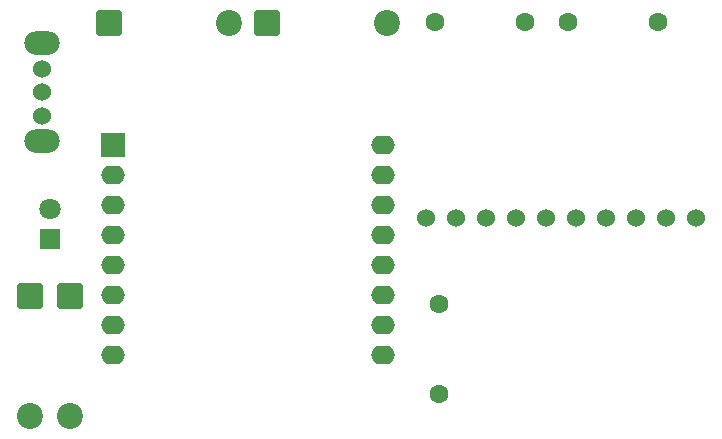
<source format=gbr>
%TF.GenerationSoftware,KiCad,Pcbnew,9.0.2*%
%TF.CreationDate,2025-06-18T17:22:37-04:00*%
%TF.ProjectId,CVISS_IMU_Tracker_Board,43564953-535f-4494-9d55-5f547261636b,rev?*%
%TF.SameCoordinates,Original*%
%TF.FileFunction,Soldermask,Bot*%
%TF.FilePolarity,Negative*%
%FSLAX46Y46*%
G04 Gerber Fmt 4.6, Leading zero omitted, Abs format (unit mm)*
G04 Created by KiCad (PCBNEW 9.0.2) date 2025-06-18 17:22:37*
%MOMM*%
%LPD*%
G01*
G04 APERTURE LIST*
G04 Aperture macros list*
%AMRoundRect*
0 Rectangle with rounded corners*
0 $1 Rounding radius*
0 $2 $3 $4 $5 $6 $7 $8 $9 X,Y pos of 4 corners*
0 Add a 4 corners polygon primitive as box body*
4,1,4,$2,$3,$4,$5,$6,$7,$8,$9,$2,$3,0*
0 Add four circle primitives for the rounded corners*
1,1,$1+$1,$2,$3*
1,1,$1+$1,$4,$5*
1,1,$1+$1,$6,$7*
1,1,$1+$1,$8,$9*
0 Add four rect primitives between the rounded corners*
20,1,$1+$1,$2,$3,$4,$5,0*
20,1,$1+$1,$4,$5,$6,$7,0*
20,1,$1+$1,$6,$7,$8,$9,0*
20,1,$1+$1,$8,$9,$2,$3,0*%
G04 Aperture macros list end*
%ADD10C,1.530000*%
%ADD11O,3.000000X2.000000*%
%ADD12C,2.200000*%
%ADD13RoundRect,0.249999X-0.850001X-0.850001X0.850001X-0.850001X0.850001X0.850001X-0.850001X0.850001X0*%
%ADD14C,1.600000*%
%ADD15RoundRect,0.249999X-0.850001X0.850001X-0.850001X-0.850001X0.850001X-0.850001X0.850001X0.850001X0*%
%ADD16R,2.000000X2.000000*%
%ADD17O,2.000000X1.600000*%
%ADD18R,1.800000X1.800000*%
%ADD19C,1.800000*%
G04 APERTURE END LIST*
D10*
%TO.C,U2*%
X181280000Y-102700000D03*
X178740000Y-102700000D03*
X176200000Y-102700000D03*
X173660000Y-102700000D03*
X171120000Y-102700000D03*
X168580000Y-102700000D03*
X166040000Y-102700000D03*
X163500000Y-102700000D03*
X160960000Y-102700000D03*
X158420000Y-102700000D03*
%TD*%
D11*
%TO.C,SW1*%
X125910000Y-87930000D03*
D10*
X125910000Y-90080000D03*
D11*
X125910000Y-96230000D03*
D10*
X125910000Y-94080000D03*
X125910000Y-92080000D03*
%TD*%
D12*
%TO.C,D8*%
X141730000Y-86200000D03*
D13*
X131570000Y-86200000D03*
%TD*%
D14*
%TO.C,R2*%
X159150000Y-86100000D03*
X166770000Y-86100000D03*
%TD*%
D15*
%TO.C,D7*%
X128300000Y-109280000D03*
D12*
X128300000Y-119440000D03*
%TD*%
D16*
%TO.C,U1*%
X131905000Y-96570000D03*
D17*
X131905000Y-99110000D03*
X131905000Y-101650000D03*
X131905000Y-104190000D03*
X131905000Y-106730000D03*
X131905000Y-109270000D03*
X131905000Y-111810000D03*
X131905000Y-114350000D03*
X154765000Y-114350000D03*
X154765000Y-111810000D03*
X154765000Y-109270000D03*
X154765000Y-106730000D03*
X154765000Y-104190000D03*
X154765000Y-101650000D03*
X154765000Y-99110000D03*
X154765000Y-96570000D03*
%TD*%
D14*
%TO.C,R4*%
X159520000Y-117600000D03*
X159520000Y-109980000D03*
%TD*%
D13*
%TO.C,D1*%
X144990000Y-86210000D03*
D12*
X155150000Y-86210000D03*
%TD*%
D15*
%TO.C,D6*%
X124910000Y-109280000D03*
D12*
X124910000Y-119440000D03*
%TD*%
D14*
%TO.C,R1*%
X170420000Y-86100000D03*
X178040000Y-86100000D03*
%TD*%
D18*
%TO.C,D9*%
X126590000Y-104505000D03*
D19*
X126590000Y-101965000D03*
%TD*%
M02*

</source>
